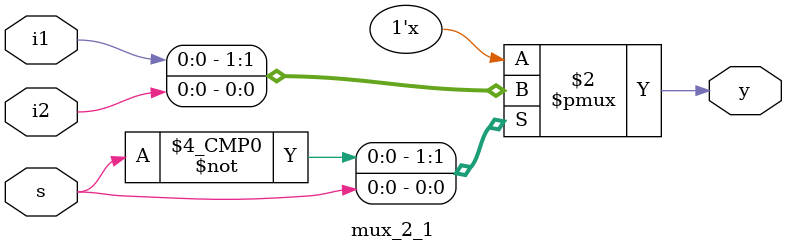
<source format=v>
module mux_2_1(input i1,i2,s,output reg y);
  always@(*)begin
    case(s)
      0:y=i1;
      1:y=i2;
  
    endcase
  end
endmodule

</source>
